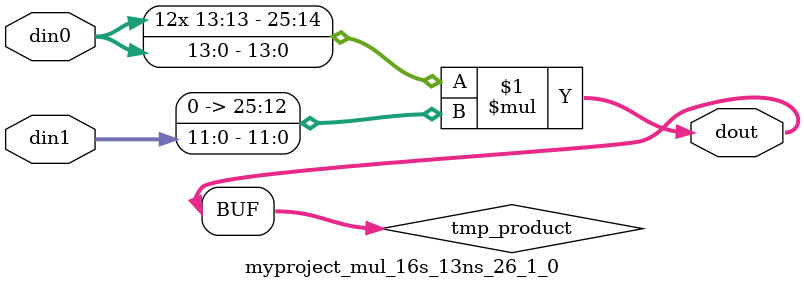
<source format=v>

`timescale 1 ns / 1 ps

  module myproject_mul_16s_13ns_26_1_0(din0, din1, dout);
parameter ID = 1;
parameter NUM_STAGE = 0;
parameter din0_WIDTH = 14;
parameter din1_WIDTH = 12;
parameter dout_WIDTH = 26;

input [din0_WIDTH - 1 : 0] din0; 
input [din1_WIDTH - 1 : 0] din1; 
output [dout_WIDTH - 1 : 0] dout;

wire signed [dout_WIDTH - 1 : 0] tmp_product;












assign tmp_product = $signed(din0) * $signed({1'b0, din1});









assign dout = tmp_product;







endmodule

</source>
